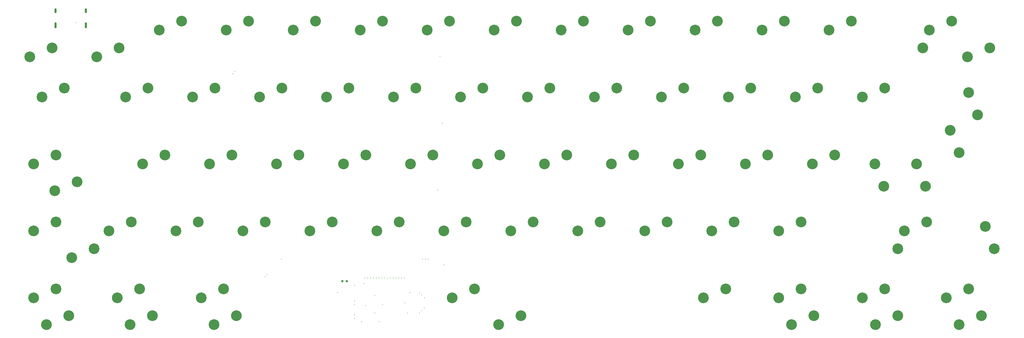
<source format=gbr>
%TF.GenerationSoftware,KiCad,Pcbnew,8.0.7*%
%TF.CreationDate,2024-12-19T21:55:51+08:00*%
%TF.ProjectId,PH60_Rev2,50483630-5f52-4657-9632-2e6b69636164,rev?*%
%TF.SameCoordinates,PX1b40518PY1b40518*%
%TF.FileFunction,Plated,1,2,PTH,Mixed*%
%TF.FilePolarity,Positive*%
%FSLAX46Y46*%
G04 Gerber Fmt 4.6, Leading zero omitted, Abs format (unit mm)*
G04 Created by KiCad (PCBNEW 8.0.7) date 2024-12-19 21:55:51*
%MOMM*%
%LPD*%
G01*
G04 APERTURE LIST*
%TA.AperFunction,ViaDrill*%
%ADD10C,0.300000*%
%TD*%
G04 aperture for slot hole*
%TA.AperFunction,ComponentDrill*%
%ADD11C,0.600000*%
%TD*%
%TA.AperFunction,ComponentDrill*%
%ADD12C,0.650000*%
%TD*%
%TA.AperFunction,ComponentDrill*%
%ADD13C,3.050000*%
%TD*%
G04 APERTURE END LIST*
D10*
X20189695Y-4855000D03*
X64699479Y-19400521D03*
X65300521Y-18799479D03*
X73924479Y-77200521D03*
X74525521Y-76599479D03*
X78524850Y-72155000D03*
X94500000Y-81650000D03*
X99395000Y-84025000D03*
X99395000Y-85025000D03*
X99395000Y-88025000D03*
X99395000Y-89025000D03*
X99400000Y-79600000D03*
X101355000Y-89985000D03*
X102035589Y-79160589D03*
X102325000Y-77525000D03*
X102500000Y-85425000D03*
X103125000Y-77525000D03*
X103925000Y-77525000D03*
X104725000Y-77525000D03*
X105128640Y-82525000D03*
X105128640Y-87525000D03*
X105525000Y-77525000D03*
X106325000Y-77525000D03*
X106365000Y-89985000D03*
X107125000Y-77525000D03*
X107325000Y-85025000D03*
X107925000Y-77525000D03*
X108735000Y-77563529D03*
X109545000Y-77525000D03*
X110345000Y-77525000D03*
X111145000Y-77525000D03*
X111945000Y-77525000D03*
X112745000Y-77525000D03*
X113545000Y-77525000D03*
X113629664Y-84625000D03*
X114425000Y-87495000D03*
X115075448Y-81765000D03*
X117821134Y-81765000D03*
X117821134Y-87495000D03*
X118415567Y-82359433D03*
X118445567Y-86870567D03*
X118684994Y-72155000D03*
X119158067Y-86158067D03*
X119275000Y-83218866D03*
X119484997Y-72155000D03*
X120285000Y-72155000D03*
X123000000Y-52505000D03*
X123700000Y-14405000D03*
X124302500Y-33455000D03*
X124830451Y-73755451D03*
D11*
%TO.C,J1*%
X14255000Y-1825000D02*
X14255000Y-1025000D01*
X14255000Y-6155000D02*
X14255000Y-5055000D01*
X22895000Y-1825000D02*
X22895000Y-1025000D01*
X22895000Y-6155000D02*
X22895000Y-5055000D01*
D12*
%TO.C,J2*%
X95860000Y-78425000D03*
X97130000Y-78425000D03*
D13*
%TO.C,S1*%
X6985000Y-14605000D03*
%TO.C,S29-2*%
X8096250Y-45085000D03*
%TO.C,S43*%
X8096250Y-64135000D03*
%TO.C,S57*%
X8096250Y-83185000D03*
%TO.C,S15*%
X10477500Y-26035000D03*
%TO.C,S57-2*%
X11747500Y-90805000D03*
%TO.C,S1*%
X13335000Y-12065000D03*
%TO.C,S29*%
X14128750Y-52705000D03*
%TO.C,S29-2*%
X14446250Y-42545000D03*
%TO.C,S43*%
X14446250Y-61595000D03*
%TO.C,S57*%
X14446250Y-80645000D03*
%TO.C,S15*%
X16827500Y-23495000D03*
%TO.C,S57-2*%
X18097500Y-88265000D03*
%TO.C,S43-2*%
X18891250Y-71755000D03*
%TO.C,S29*%
X20478750Y-50165000D03*
%TO.C,S43-2*%
X25241250Y-69215000D03*
%TO.C,S2*%
X26035000Y-14605000D03*
%TO.C,S44*%
X29527500Y-64135000D03*
%TO.C,S58*%
X31908750Y-83185000D03*
%TO.C,S2*%
X32385000Y-12065000D03*
%TO.C,S16*%
X34290000Y-26035000D03*
%TO.C,S58-2*%
X35560000Y-90805000D03*
%TO.C,S44*%
X35877500Y-61595000D03*
%TO.C,S58*%
X38258750Y-80645000D03*
%TO.C,S30*%
X39052500Y-45085000D03*
%TO.C,S16*%
X40640000Y-23495000D03*
%TO.C,S58-2*%
X41910000Y-88265000D03*
%TO.C,S3*%
X43815000Y-6985000D03*
%TO.C,S30*%
X45402500Y-42545000D03*
%TO.C,S45*%
X48577500Y-64135000D03*
%TO.C,S3*%
X50165000Y-4445000D03*
%TO.C,S17*%
X53340000Y-26035000D03*
%TO.C,S45*%
X54927500Y-61595000D03*
%TO.C,S59*%
X55721250Y-83185000D03*
%TO.C,S31*%
X58102500Y-45085000D03*
%TO.C,S59-2*%
X59372500Y-90805000D03*
%TO.C,S17*%
X59690000Y-23495000D03*
%TO.C,S59*%
X62071250Y-80645000D03*
%TO.C,S4*%
X62865000Y-6985000D03*
%TO.C,S31*%
X64452500Y-42545000D03*
%TO.C,S59-2*%
X65722500Y-88265000D03*
%TO.C,S46*%
X67627500Y-64135000D03*
%TO.C,S4*%
X69215000Y-4445000D03*
%TO.C,S18*%
X72390000Y-26035000D03*
%TO.C,S46*%
X73977500Y-61595000D03*
%TO.C,S32*%
X77152500Y-45085000D03*
%TO.C,S18*%
X78740000Y-23495000D03*
%TO.C,S5*%
X81915000Y-6985000D03*
%TO.C,S32*%
X83502500Y-42545000D03*
%TO.C,S47*%
X86677500Y-64135000D03*
%TO.C,S5*%
X88265000Y-4445000D03*
%TO.C,S19*%
X91440000Y-26035000D03*
%TO.C,S47*%
X93027500Y-61595000D03*
%TO.C,S33*%
X96202500Y-45085000D03*
%TO.C,S19*%
X97790000Y-23495000D03*
%TO.C,S6*%
X100965000Y-6985000D03*
%TO.C,S33*%
X102552500Y-42545000D03*
%TO.C,S48*%
X105727500Y-64135000D03*
%TO.C,S6*%
X107315000Y-4445000D03*
%TO.C,S20*%
X110490000Y-26035000D03*
%TO.C,S48*%
X112077500Y-61595000D03*
%TO.C,S34*%
X115252500Y-45085000D03*
%TO.C,S20*%
X116840000Y-23495000D03*
%TO.C,S7*%
X120015000Y-6985000D03*
%TO.C,S34*%
X121602500Y-42545000D03*
%TO.C,S49*%
X124777500Y-64135000D03*
%TO.C,S7*%
X126365000Y-4445000D03*
%TO.C,S60*%
X127158750Y-83185000D03*
%TO.C,S21*%
X129540000Y-26035000D03*
%TO.C,S49*%
X131127500Y-61595000D03*
%TO.C,S60*%
X133508750Y-80645000D03*
%TO.C,S35*%
X134302500Y-45085000D03*
%TO.C,S21*%
X135890000Y-23495000D03*
%TO.C,S8*%
X139065000Y-6985000D03*
%TO.C,S60-2*%
X140335000Y-90805000D03*
%TO.C,S35*%
X140652500Y-42545000D03*
%TO.C,S50*%
X143827500Y-64135000D03*
%TO.C,S8*%
X145415000Y-4445000D03*
%TO.C,S60-2*%
X146685000Y-88265000D03*
%TO.C,S22*%
X148590000Y-26035000D03*
%TO.C,S50*%
X150177500Y-61595000D03*
%TO.C,S36*%
X153352500Y-45085000D03*
%TO.C,S22*%
X154940000Y-23495000D03*
%TO.C,S9*%
X158115000Y-6985000D03*
%TO.C,S36*%
X159702500Y-42545000D03*
%TO.C,S51*%
X162877500Y-64135000D03*
%TO.C,S9*%
X164465000Y-4445000D03*
%TO.C,S23*%
X167640000Y-26035000D03*
%TO.C,S51*%
X169227500Y-61595000D03*
%TO.C,S37*%
X172402500Y-45085000D03*
%TO.C,S23*%
X173990000Y-23495000D03*
%TO.C,S10*%
X177165000Y-6985000D03*
%TO.C,S37*%
X178752500Y-42545000D03*
%TO.C,S52*%
X181927500Y-64135000D03*
%TO.C,S10*%
X183515000Y-4445000D03*
%TO.C,S24*%
X186690000Y-26035000D03*
%TO.C,S52*%
X188277500Y-61595000D03*
%TO.C,S38*%
X191452500Y-45085000D03*
%TO.C,S24*%
X193040000Y-23495000D03*
%TO.C,S11*%
X196215000Y-6985000D03*
%TO.C,S38*%
X197802500Y-42545000D03*
%TO.C,S61*%
X198596250Y-83185000D03*
%TO.C,S53*%
X200977500Y-64135000D03*
%TO.C,S11*%
X202565000Y-4445000D03*
%TO.C,S61*%
X204946250Y-80645000D03*
%TO.C,S25*%
X205740000Y-26035000D03*
%TO.C,S53*%
X207327500Y-61595000D03*
%TO.C,S39*%
X210502500Y-45085000D03*
%TO.C,S25*%
X212090000Y-23495000D03*
%TO.C,S12*%
X215265000Y-6985000D03*
%TO.C,S39*%
X216852500Y-42545000D03*
%TO.C,S54*%
X220027500Y-64135000D03*
%TO.C,S62-2*%
X220027500Y-83185000D03*
%TO.C,S12*%
X221615000Y-4445000D03*
%TO.C,S62*%
X223678750Y-90805000D03*
%TO.C,S26*%
X224790000Y-26035000D03*
%TO.C,S54*%
X226377500Y-61595000D03*
%TO.C,S62-2*%
X226377500Y-80645000D03*
%TO.C,S40*%
X229552500Y-45085000D03*
%TO.C,S62*%
X230028750Y-88265000D03*
%TO.C,S26*%
X231140000Y-23495000D03*
%TO.C,S13*%
X234315000Y-6985000D03*
%TO.C,S40*%
X235902500Y-42545000D03*
%TO.C,S13*%
X240665000Y-4445000D03*
%TO.C,S27*%
X243840000Y-26035000D03*
%TO.C,S63-2*%
X243840000Y-83185000D03*
%TO.C,S41*%
X247332500Y-45085000D03*
%TO.C,S63*%
X247491250Y-90805000D03*
%TO.C,S41*%
X249872500Y-51435000D03*
%TO.C,S27*%
X250190000Y-23495000D03*
%TO.C,S63-2*%
X250190000Y-80645000D03*
%TO.C,S55*%
X253841250Y-69215000D03*
%TO.C,S63*%
X253841250Y-88265000D03*
%TO.C,S55-2*%
X255746250Y-64135000D03*
%TO.C,S28-2*%
X259238750Y-45085000D03*
%TO.C,S42*%
X260985000Y-12065000D03*
%TO.C,S28-2*%
X261778750Y-51435000D03*
%TO.C,S55-2*%
X262096250Y-61595000D03*
%TO.C,S14*%
X262890000Y-6985000D03*
%TO.C,S64-2*%
X267652500Y-83185000D03*
%TO.C,S28*%
X268763750Y-35560000D03*
%TO.C,S14*%
X269240000Y-4445000D03*
%TO.C,S28*%
X271303750Y-41910000D03*
%TO.C,S64*%
X271303750Y-90805000D03*
%TO.C,S14-2*%
X273685000Y-14605000D03*
%TO.C,S41-2*%
X274002500Y-24765000D03*
%TO.C,S64-2*%
X274002500Y-80645000D03*
%TO.C,S41-2*%
X276542500Y-31115000D03*
%TO.C,S64*%
X277653750Y-88265000D03*
%TO.C,S56*%
X278765000Y-62865000D03*
%TO.C,S14-2*%
X280035000Y-12065000D03*
%TO.C,S56*%
X281305000Y-69215000D03*
M02*

</source>
